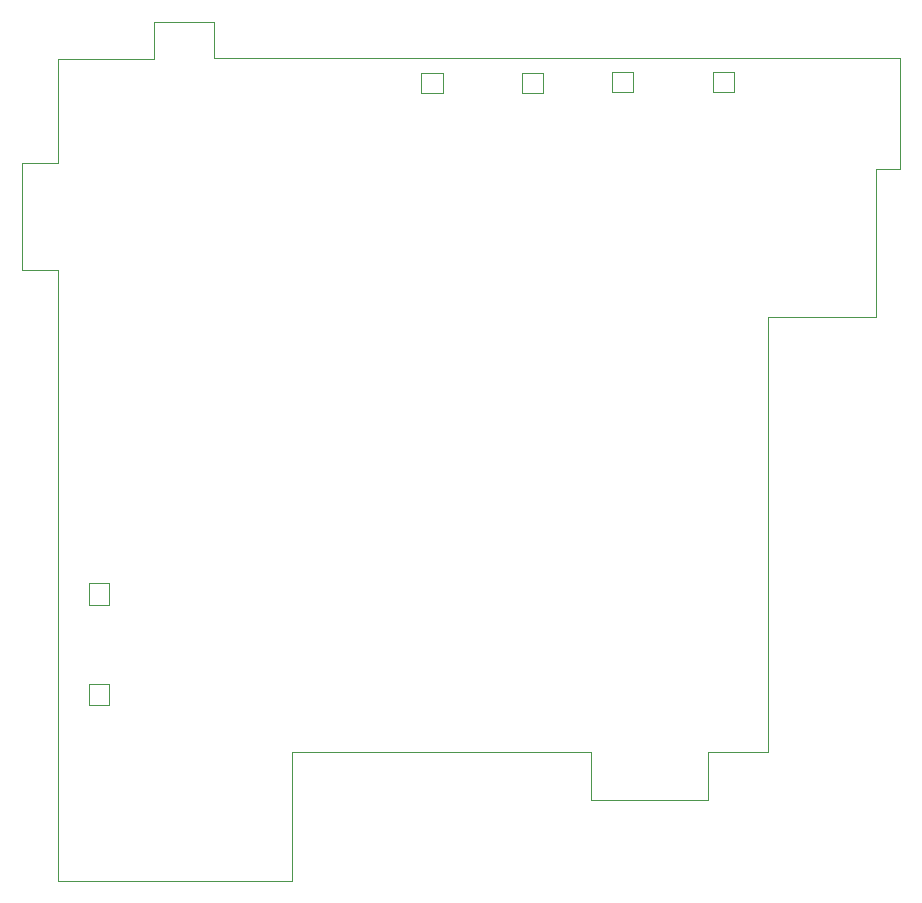
<source format=gm1>
%TF.GenerationSoftware,KiCad,Pcbnew,(6.0.1)*%
%TF.CreationDate,2022-03-11T03:58:48-07:00*%
%TF.ProjectId,Power PCB Ver C -  TH - RF is Video Only V2,506f7765-7220-4504-9342-205665722043,rev?*%
%TF.SameCoordinates,Original*%
%TF.FileFunction,Profile,NP*%
%FSLAX46Y46*%
G04 Gerber Fmt 4.6, Leading zero omitted, Abs format (unit mm)*
G04 Created by KiCad (PCBNEW (6.0.1)) date 2022-03-11 03:58:48*
%MOMM*%
%LPD*%
G01*
G04 APERTURE LIST*
%TA.AperFunction,Profile*%
%ADD10C,0.050000*%
%TD*%
%TA.AperFunction,Profile*%
%ADD11C,0.010000*%
%TD*%
G04 APERTURE END LIST*
D10*
X114326100Y-80613600D02*
X114326100Y-71813600D01*
X127526100Y-68613600D02*
X127526100Y-71713600D01*
X122476100Y-68613600D02*
X127526100Y-68613600D01*
X127526100Y-71713600D02*
X185676100Y-71713600D01*
X111326100Y-80613600D02*
X114326100Y-80613600D01*
X159476100Y-134493600D02*
X159476100Y-130493600D01*
X174476100Y-130493600D02*
X169426100Y-130493600D01*
X185676100Y-71713600D02*
X185676100Y-81113600D01*
X183626100Y-93613600D02*
X174476100Y-93613600D01*
X114326100Y-141393600D02*
X114326100Y-89613600D01*
X114326100Y-89613600D02*
X111326100Y-89613600D01*
X134126100Y-141393600D02*
X114326100Y-141393600D01*
X185676100Y-81113600D02*
X183626100Y-81113600D01*
X159476100Y-130493600D02*
X134126100Y-130493600D01*
X122476100Y-71813600D02*
X122476100Y-68613600D01*
X183626100Y-81113600D02*
X183626100Y-93613600D01*
X174476100Y-93613600D02*
X174476100Y-130493600D01*
X169426100Y-130493600D02*
X169426100Y-134493600D01*
X114326100Y-71813600D02*
X122476100Y-71813600D01*
X111326100Y-89613600D02*
X111326100Y-80613600D01*
X134126100Y-130493600D02*
X134126100Y-141393600D01*
X169426100Y-134493600D02*
X159476100Y-134493600D01*
D11*
%TO.C,J19*%
X116952100Y-116177600D02*
X116952100Y-117977600D01*
X116952100Y-124677600D02*
X116952100Y-126477600D01*
X118652100Y-116177600D02*
X116952100Y-116177600D01*
X118652100Y-117977600D02*
X118652100Y-116177600D01*
X118652100Y-124677600D02*
X116952100Y-124677600D01*
X118652100Y-126477600D02*
X118652100Y-124677600D01*
X116952100Y-117977600D02*
X118652100Y-117977600D01*
X116952100Y-126477600D02*
X118652100Y-126477600D01*
%TO.C,J17*%
X163068100Y-72877600D02*
X161268100Y-72877600D01*
X171568100Y-74577600D02*
X171568100Y-72877600D01*
X163068100Y-74577600D02*
X163068100Y-72877600D01*
X169768100Y-74577600D02*
X171568100Y-74577600D01*
X169768100Y-72877600D02*
X169768100Y-74577600D01*
X171568100Y-72877600D02*
X169768100Y-72877600D01*
X161268100Y-72877600D02*
X161268100Y-74577600D01*
X161268100Y-74577600D02*
X163068100Y-74577600D01*
%TO.C,J18*%
X155422100Y-74671600D02*
X155422100Y-72971600D01*
X155422100Y-72971600D02*
X153622100Y-72971600D01*
X145122100Y-74671600D02*
X146922100Y-74671600D01*
X145122100Y-72971600D02*
X145122100Y-74671600D01*
X153622100Y-74671600D02*
X155422100Y-74671600D01*
X146922100Y-72971600D02*
X145122100Y-72971600D01*
X153622100Y-72971600D02*
X153622100Y-74671600D01*
X146922100Y-74671600D02*
X146922100Y-72971600D01*
%TD*%
M02*

</source>
